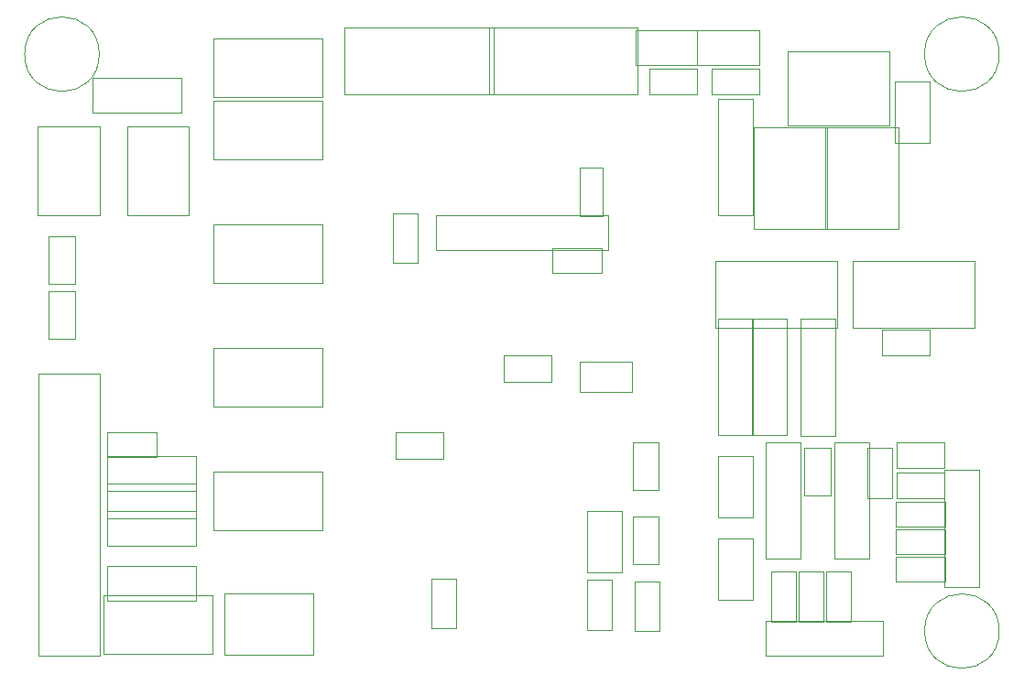
<source format=gbr>
G04 #@! TF.FileFunction,Other,User*
%FSLAX46Y46*%
G04 Gerber Fmt 4.6, Leading zero omitted, Abs format (unit mm)*
G04 Created by KiCad (PCBNEW 4.0.7) date 11/20/17 08:28:58*
%MOMM*%
%LPD*%
G01*
G04 APERTURE LIST*
%ADD10C,0.100000*%
%ADD11C,0.050000*%
G04 APERTURE END LIST*
D10*
D11*
X223565520Y-73258480D02*
X223565520Y-67558480D01*
X223565520Y-67558480D02*
X220365520Y-67558480D01*
X220365520Y-67558480D02*
X220365520Y-73258480D01*
X220365520Y-73258480D02*
X223565520Y-73258480D01*
X225027520Y-113829480D02*
X220427520Y-113829480D01*
X225027520Y-111529480D02*
X220427520Y-111529480D01*
X225027520Y-113829480D02*
X225027520Y-111529480D01*
X220427520Y-113829480D02*
X220427520Y-111529480D01*
X225027520Y-111289480D02*
X220427520Y-111289480D01*
X225027520Y-108989480D02*
X220427520Y-108989480D01*
X225027520Y-111289480D02*
X225027520Y-108989480D01*
X220427520Y-111289480D02*
X220427520Y-108989480D01*
X225027520Y-108749480D02*
X220427520Y-108749480D01*
X225027520Y-106449480D02*
X220427520Y-106449480D01*
X225027520Y-108749480D02*
X225027520Y-106449480D01*
X220427520Y-108749480D02*
X220427520Y-106449480D01*
X220527520Y-103732480D02*
X224927520Y-103732480D01*
X220527520Y-106132480D02*
X224927520Y-106132480D01*
X220527520Y-103732480D02*
X220527520Y-106132480D01*
X224927520Y-103732480D02*
X224927520Y-106132480D01*
X220527520Y-100938480D02*
X224927520Y-100938480D01*
X220527520Y-103338480D02*
X224927520Y-103338480D01*
X220527520Y-100938480D02*
X220527520Y-103338480D01*
X224927520Y-100938480D02*
X224927520Y-103338480D01*
X220067520Y-101489480D02*
X220067520Y-106089480D01*
X217767520Y-101489480D02*
X217767520Y-106089480D01*
X220067520Y-101489480D02*
X217767520Y-101489480D01*
X220067520Y-106089480D02*
X217767520Y-106089480D01*
X228137520Y-114279480D02*
X228137520Y-103479480D01*
X228137520Y-103479480D02*
X224937520Y-103479480D01*
X224937520Y-103479480D02*
X224937520Y-114279480D01*
X224937520Y-114279480D02*
X228137520Y-114279480D01*
X208427520Y-120629480D02*
X219227520Y-120629480D01*
X219227520Y-120629480D02*
X219227520Y-117429480D01*
X219227520Y-117429480D02*
X208427520Y-117429480D01*
X208427520Y-117429480D02*
X208427520Y-120629480D01*
X213957520Y-117519480D02*
X213957520Y-112919480D01*
X216257520Y-117519480D02*
X216257520Y-112919480D01*
X213957520Y-117519480D02*
X216257520Y-117519480D01*
X213957520Y-112919480D02*
X216257520Y-112919480D01*
X211417520Y-117519480D02*
X211417520Y-112919480D01*
X213717520Y-117519480D02*
X213717520Y-112919480D01*
X211417520Y-117519480D02*
X213717520Y-117519480D01*
X211417520Y-112919480D02*
X213717520Y-112919480D01*
X208877520Y-117519480D02*
X208877520Y-112919480D01*
X211177520Y-117519480D02*
X211177520Y-112919480D01*
X208877520Y-117519480D02*
X211177520Y-117519480D01*
X208877520Y-112919480D02*
X211177520Y-112919480D01*
X203982520Y-109809480D02*
X203982520Y-115509480D01*
X203982520Y-115509480D02*
X207182520Y-115509480D01*
X207182520Y-115509480D02*
X207182520Y-109809480D01*
X207182520Y-109809480D02*
X203982520Y-109809480D01*
X212002520Y-105862480D02*
X212002520Y-101462480D01*
X214402520Y-105862480D02*
X214402520Y-101462480D01*
X212002520Y-105862480D02*
X214402520Y-105862480D01*
X212002520Y-101462480D02*
X214402520Y-101462480D01*
X214777520Y-100919480D02*
X214777520Y-111719480D01*
X214777520Y-111719480D02*
X217977520Y-111719480D01*
X217977520Y-111719480D02*
X217977520Y-100919480D01*
X217977520Y-100919480D02*
X214777520Y-100919480D01*
X208427520Y-100919480D02*
X208427520Y-111719480D01*
X208427520Y-111719480D02*
X211627520Y-111719480D01*
X211627520Y-111719480D02*
X211627520Y-100919480D01*
X211627520Y-100919480D02*
X208427520Y-100919480D01*
X203982520Y-102189480D02*
X203982520Y-107889480D01*
X203982520Y-107889480D02*
X207182520Y-107889480D01*
X207182520Y-107889480D02*
X207182520Y-102189480D01*
X207182520Y-102189480D02*
X203982520Y-102189480D01*
X219130520Y-90524480D02*
X223530520Y-90524480D01*
X219130520Y-92924480D02*
X223530520Y-92924480D01*
X219130520Y-90524480D02*
X219130520Y-92924480D01*
X223530520Y-90524480D02*
X223530520Y-92924480D01*
X207157520Y-89489480D02*
X207157520Y-100289480D01*
X207157520Y-100289480D02*
X210357520Y-100289480D01*
X210357520Y-100289480D02*
X210357520Y-89489480D01*
X210357520Y-89489480D02*
X207157520Y-89489480D01*
X203982520Y-89489480D02*
X203982520Y-100289480D01*
X203982520Y-100289480D02*
X207182520Y-100289480D01*
X207182520Y-100289480D02*
X207182520Y-89489480D01*
X207182520Y-89489480D02*
X203982520Y-89489480D01*
X214802520Y-100322180D02*
X211602520Y-100322180D01*
X214802520Y-89522180D02*
X214802520Y-100322180D01*
X211602520Y-89522180D02*
X214802520Y-89522180D01*
X211602520Y-100322180D02*
X211602520Y-89522180D01*
X211602520Y-100322180D02*
X211602520Y-89522180D01*
X211602520Y-89522180D02*
X214802520Y-89522180D01*
X214802520Y-89522180D02*
X214802520Y-100322180D01*
X214802520Y-100322180D02*
X211602520Y-100322180D01*
X203982520Y-69169480D02*
X203982520Y-79969480D01*
X203982520Y-79969480D02*
X207182520Y-79969480D01*
X207182520Y-79969480D02*
X207182520Y-69169480D01*
X207182520Y-69169480D02*
X203982520Y-69169480D01*
X207782520Y-68794480D02*
X203382520Y-68794480D01*
X207782520Y-66394480D02*
X203382520Y-66394480D01*
X207782520Y-68794480D02*
X207782520Y-66394480D01*
X203382520Y-68794480D02*
X203382520Y-66394480D01*
X202067520Y-68794480D02*
X197667520Y-68794480D01*
X202067520Y-66394480D02*
X197667520Y-66394480D01*
X202067520Y-68794480D02*
X202067520Y-66394480D01*
X197667520Y-68794480D02*
X197667520Y-66394480D01*
X202077520Y-66019480D02*
X207777520Y-66019480D01*
X207777520Y-66019480D02*
X207777520Y-62819480D01*
X207777520Y-62819480D02*
X202077520Y-62819480D01*
X202077520Y-62819480D02*
X202077520Y-66019480D01*
X196362520Y-66019480D02*
X202062520Y-66019480D01*
X202062520Y-66019480D02*
X202062520Y-62819480D01*
X202062520Y-62819480D02*
X196362520Y-62819480D01*
X196362520Y-62819480D02*
X196362520Y-66019480D01*
X177947520Y-83164480D02*
X193847520Y-83164480D01*
X193847520Y-83164480D02*
X193847520Y-79964480D01*
X193847520Y-79964480D02*
X177947520Y-79964480D01*
X177947520Y-79964480D02*
X177947520Y-83164480D01*
X198604520Y-113808480D02*
X198604520Y-118408480D01*
X196304520Y-113808480D02*
X196304520Y-118408480D01*
X198604520Y-113808480D02*
X196304520Y-113808480D01*
X198604520Y-118408480D02*
X196304520Y-118408480D01*
X191859520Y-118281480D02*
X191859520Y-113681480D01*
X194159520Y-118281480D02*
X194159520Y-113681480D01*
X191859520Y-118281480D02*
X194159520Y-118281480D01*
X191859520Y-113681480D02*
X194159520Y-113681480D01*
X177508520Y-118154480D02*
X177508520Y-113554480D01*
X179808520Y-118154480D02*
X179808520Y-113554480D01*
X177508520Y-118154480D02*
X179808520Y-118154480D01*
X177508520Y-113554480D02*
X179808520Y-113554480D01*
X191917520Y-107269480D02*
X191917520Y-112969480D01*
X191917520Y-112969480D02*
X195117520Y-112969480D01*
X195117520Y-112969480D02*
X195117520Y-107269480D01*
X195117520Y-107269480D02*
X191917520Y-107269480D01*
X196127520Y-112212480D02*
X196127520Y-107812480D01*
X198527520Y-112212480D02*
X198527520Y-107812480D01*
X196127520Y-112212480D02*
X198527520Y-112212480D01*
X196127520Y-107812480D02*
X198527520Y-107812480D01*
X196127520Y-105354480D02*
X196127520Y-100954480D01*
X198527520Y-105354480D02*
X198527520Y-100954480D01*
X196127520Y-105354480D02*
X198527520Y-105354480D01*
X196127520Y-100954480D02*
X198527520Y-100954480D01*
X178572520Y-102449480D02*
X174172520Y-102449480D01*
X178572520Y-100049480D02*
X174172520Y-100049480D01*
X178572520Y-102449480D02*
X178572520Y-100049480D01*
X174172520Y-102449480D02*
X174172520Y-100049480D01*
X191244520Y-96299480D02*
X196044520Y-96299480D01*
X196044520Y-96299480D02*
X196044520Y-93499480D01*
X191244520Y-93499480D02*
X191244520Y-96299480D01*
X191244520Y-93499480D02*
X196044520Y-93499480D01*
X188605520Y-95337480D02*
X184205520Y-95337480D01*
X188605520Y-92937480D02*
X184205520Y-92937480D01*
X188605520Y-95337480D02*
X188605520Y-92937480D01*
X184205520Y-95337480D02*
X184205520Y-92937480D01*
X146197520Y-70464480D02*
X154397520Y-70464480D01*
X154397520Y-70464480D02*
X154397520Y-67264480D01*
X154397520Y-67264480D02*
X146197520Y-67264480D01*
X146197520Y-67264480D02*
X146197520Y-70464480D01*
X149372520Y-71709480D02*
X149372520Y-79909480D01*
X149372520Y-79909480D02*
X155072520Y-79909480D01*
X155072520Y-79909480D02*
X155072520Y-71709480D01*
X155072520Y-71709480D02*
X149372520Y-71709480D01*
X141117520Y-71709480D02*
X141117520Y-79909480D01*
X141117520Y-79909480D02*
X146817520Y-79909480D01*
X146817520Y-79909480D02*
X146817520Y-71709480D01*
X146817520Y-71709480D02*
X141117520Y-71709480D01*
X142152520Y-86304480D02*
X142152520Y-81904480D01*
X144552520Y-86304480D02*
X144552520Y-81904480D01*
X142152520Y-86304480D02*
X144552520Y-86304480D01*
X142152520Y-81904480D02*
X144552520Y-81904480D01*
X142152520Y-91384480D02*
X142152520Y-86984480D01*
X144552520Y-91384480D02*
X144552520Y-86984480D01*
X142152520Y-91384480D02*
X144552520Y-91384480D01*
X142152520Y-86984480D02*
X144552520Y-86984480D01*
X146857520Y-120629480D02*
X146857520Y-94629480D01*
X146857520Y-94629480D02*
X141157520Y-94629480D01*
X141157520Y-94629480D02*
X141157520Y-120629480D01*
X141157520Y-120629480D02*
X146857520Y-120629480D01*
X152129520Y-102272480D02*
X147529520Y-102272480D01*
X152129520Y-99972480D02*
X147529520Y-99972480D01*
X152129520Y-102272480D02*
X152129520Y-99972480D01*
X147529520Y-102272480D02*
X147529520Y-99972480D01*
X155747520Y-102189480D02*
X147547520Y-102189480D01*
X147547520Y-102189480D02*
X147547520Y-105389480D01*
X147547520Y-105389480D02*
X155747520Y-105389480D01*
X155747520Y-105389480D02*
X155747520Y-102189480D01*
X155747520Y-104729480D02*
X147547520Y-104729480D01*
X147547520Y-104729480D02*
X147547520Y-107929480D01*
X147547520Y-107929480D02*
X155747520Y-107929480D01*
X155747520Y-107929480D02*
X155747520Y-104729480D01*
X155747520Y-107269480D02*
X147547520Y-107269480D01*
X147547520Y-107269480D02*
X147547520Y-110469480D01*
X147547520Y-110469480D02*
X155747520Y-110469480D01*
X155747520Y-110469480D02*
X155747520Y-107269480D01*
X155747520Y-112349480D02*
X147547520Y-112349480D01*
X147547520Y-112349480D02*
X147547520Y-115549480D01*
X147547520Y-115549480D02*
X155747520Y-115549480D01*
X155747520Y-115549480D02*
X155747520Y-112349480D01*
X157302520Y-120459480D02*
X157302520Y-115059480D01*
X157302520Y-115059480D02*
X147202520Y-115059480D01*
X147202520Y-115059480D02*
X147202520Y-120459480D01*
X147202520Y-120459480D02*
X157302520Y-120459480D01*
X166542520Y-114889480D02*
X158342520Y-114889480D01*
X158342520Y-114889480D02*
X158342520Y-120589480D01*
X158342520Y-120589480D02*
X166542520Y-120589480D01*
X166542520Y-120589480D02*
X166542520Y-114889480D01*
X167462520Y-109029480D02*
X167462520Y-103629480D01*
X167462520Y-103629480D02*
X157362520Y-103629480D01*
X157362520Y-103629480D02*
X157362520Y-109029480D01*
X157362520Y-109029480D02*
X167462520Y-109029480D01*
X167462520Y-97599480D02*
X167462520Y-92199480D01*
X167462520Y-92199480D02*
X157362520Y-92199480D01*
X157362520Y-92199480D02*
X157362520Y-97599480D01*
X157362520Y-97599480D02*
X167462520Y-97599480D01*
X167462520Y-86169480D02*
X167462520Y-80769480D01*
X167462520Y-80769480D02*
X157362520Y-80769480D01*
X157362520Y-80769480D02*
X157362520Y-86169480D01*
X157362520Y-86169480D02*
X167462520Y-86169480D01*
X167462520Y-74739480D02*
X167462520Y-69339480D01*
X167462520Y-69339480D02*
X157362520Y-69339480D01*
X157362520Y-69339480D02*
X157362520Y-74739480D01*
X157362520Y-74739480D02*
X167462520Y-74739480D01*
X167462520Y-69024480D02*
X167462520Y-63624480D01*
X167462520Y-63624480D02*
X157362520Y-63624480D01*
X157362520Y-63624480D02*
X157362520Y-69024480D01*
X157362520Y-69024480D02*
X167462520Y-69024480D01*
X173952520Y-84372480D02*
X173952520Y-79772480D01*
X176252520Y-84372480D02*
X176252520Y-79772480D01*
X173952520Y-84372480D02*
X176252520Y-84372480D01*
X173952520Y-79772480D02*
X176252520Y-79772480D01*
X193277520Y-85254480D02*
X188677520Y-85254480D01*
X193277520Y-82954480D02*
X188677520Y-82954480D01*
X193277520Y-85254480D02*
X193277520Y-82954480D01*
X188677520Y-85254480D02*
X188677520Y-82954480D01*
X203782520Y-90349480D02*
X214982520Y-90349480D01*
X214982520Y-90349480D02*
X214982520Y-84199480D01*
X214982520Y-84199480D02*
X203782520Y-84199480D01*
X203782520Y-84199480D02*
X203782520Y-90349480D01*
X146802520Y-65054480D02*
G75*
G03X146802520Y-65054480I-3450000J0D01*
G01*
X229987520Y-118394480D02*
G75*
G03X229987520Y-118394480I-3450000J0D01*
G01*
X229987520Y-65054480D02*
G75*
G03X229987520Y-65054480I-3450000J0D01*
G01*
X169492520Y-68759480D02*
X183242520Y-68759480D01*
X183242520Y-68759480D02*
X183242520Y-62609480D01*
X183242520Y-62609480D02*
X169492520Y-62609480D01*
X169492520Y-62609480D02*
X169492520Y-68759480D01*
X182827520Y-68759480D02*
X196577520Y-68759480D01*
X196577520Y-68759480D02*
X196577520Y-62609480D01*
X196577520Y-62609480D02*
X182827520Y-62609480D01*
X182827520Y-62609480D02*
X182827520Y-68759480D01*
X216482520Y-90349480D02*
X227682520Y-90349480D01*
X227682520Y-90349480D02*
X227682520Y-84199480D01*
X227682520Y-84199480D02*
X216482520Y-84199480D01*
X216482520Y-84199480D02*
X216482520Y-90349480D01*
X210407520Y-64829480D02*
X219807520Y-64829480D01*
X210407520Y-64829480D02*
X210407520Y-71629480D01*
X219807520Y-71629480D02*
X219807520Y-64829480D01*
X219807520Y-71629480D02*
X210407520Y-71629480D01*
X191197520Y-80004480D02*
X191197520Y-75504480D01*
X191197520Y-80004480D02*
X193297520Y-80004480D01*
X193297520Y-75504480D02*
X191197520Y-75504480D01*
X193297520Y-75504480D02*
X193297520Y-80004480D01*
X213866520Y-81184480D02*
X213866520Y-71784480D01*
X213866520Y-81184480D02*
X220666520Y-81184480D01*
X220666520Y-71784480D02*
X213866520Y-71784480D01*
X220666520Y-71784480D02*
X220666520Y-81184480D01*
X214062520Y-71784480D02*
X214062520Y-81184480D01*
X214062520Y-71784480D02*
X207262520Y-71784480D01*
X207262520Y-81184480D02*
X214062520Y-81184480D01*
X207262520Y-81184480D02*
X207262520Y-71784480D01*
M02*

</source>
